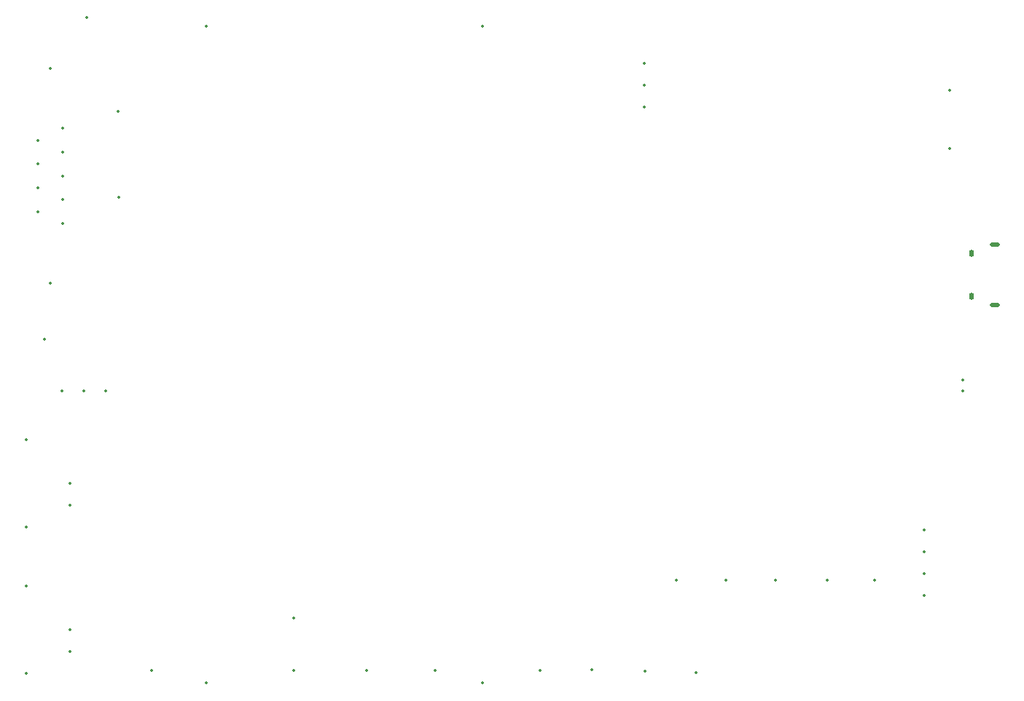
<source format=gbr>
%TF.GenerationSoftware,KiCad,Pcbnew,9.0.0*%
%TF.CreationDate,2025-02-25T12:17:52-05:00*%
%TF.ProjectId,kicad_pulse_supply-rev-C,6b696361-645f-4707-956c-73655f737570,rev?*%
%TF.SameCoordinates,Original*%
%TF.FileFunction,Legend,Bot*%
%TF.FilePolarity,Positive*%
%FSLAX46Y46*%
G04 Gerber Fmt 4.6, Leading zero omitted, Abs format (unit mm)*
G04 Created by KiCad (PCBNEW 9.0.0) date 2025-02-25 12:17:52*
%MOMM*%
%LPD*%
G01*
G04 APERTURE LIST*
%ADD10C,0.350000*%
%ADD11O,1.150000X0.500000*%
%ADD12O,0.550000X0.850000*%
G04 APERTURE END LIST*
D10*
X55286000Y-98513000D03*
X55286000Y-95743000D03*
X55286000Y-92973000D03*
X55286000Y-90203000D03*
X55286000Y-87433000D03*
X52446000Y-97128000D03*
X52446000Y-94358000D03*
X52446000Y-91588000D03*
X52446000Y-88818000D03*
X53866000Y-80478000D03*
X53866000Y-105468000D03*
D11*
X163566000Y-100978000D03*
D12*
X160866000Y-101978000D03*
X160866000Y-106978000D03*
D11*
X163566000Y-107978000D03*
D10*
X149616000Y-139978000D03*
X128866000Y-150728000D03*
X53166000Y-111978000D03*
X155366000Y-141778000D03*
X155366000Y-139238000D03*
X155366000Y-136698000D03*
X155366000Y-134158000D03*
X138116000Y-139978000D03*
X132366000Y-139978000D03*
X51036000Y-123648000D03*
X51036000Y-133808000D03*
X56116000Y-128728000D03*
X56116000Y-131268000D03*
X51116000Y-140648000D03*
X51116000Y-150808000D03*
X56196000Y-145728000D03*
X56196000Y-148268000D03*
X65616000Y-150478000D03*
X144116000Y-139978000D03*
X98616000Y-150478000D03*
X104116000Y-75528000D03*
X104116000Y-151928000D03*
X60291000Y-117978000D03*
X57751000Y-117978000D03*
X55211000Y-117978000D03*
X122966000Y-150578000D03*
X58066000Y-74578000D03*
X82116000Y-150478000D03*
X61866000Y-95478000D03*
X116766000Y-150378000D03*
X71966000Y-75528000D03*
X90616000Y-150478000D03*
X122866000Y-84918000D03*
X122866000Y-82378000D03*
X122866000Y-79838000D03*
X159866000Y-116708000D03*
X159866000Y-117978000D03*
X158366000Y-82978000D03*
X158366000Y-89778000D03*
X61766000Y-85478000D03*
X82166000Y-144378000D03*
X110766000Y-150478000D03*
X71966000Y-151928000D03*
X126616000Y-139978000D03*
M02*

</source>
